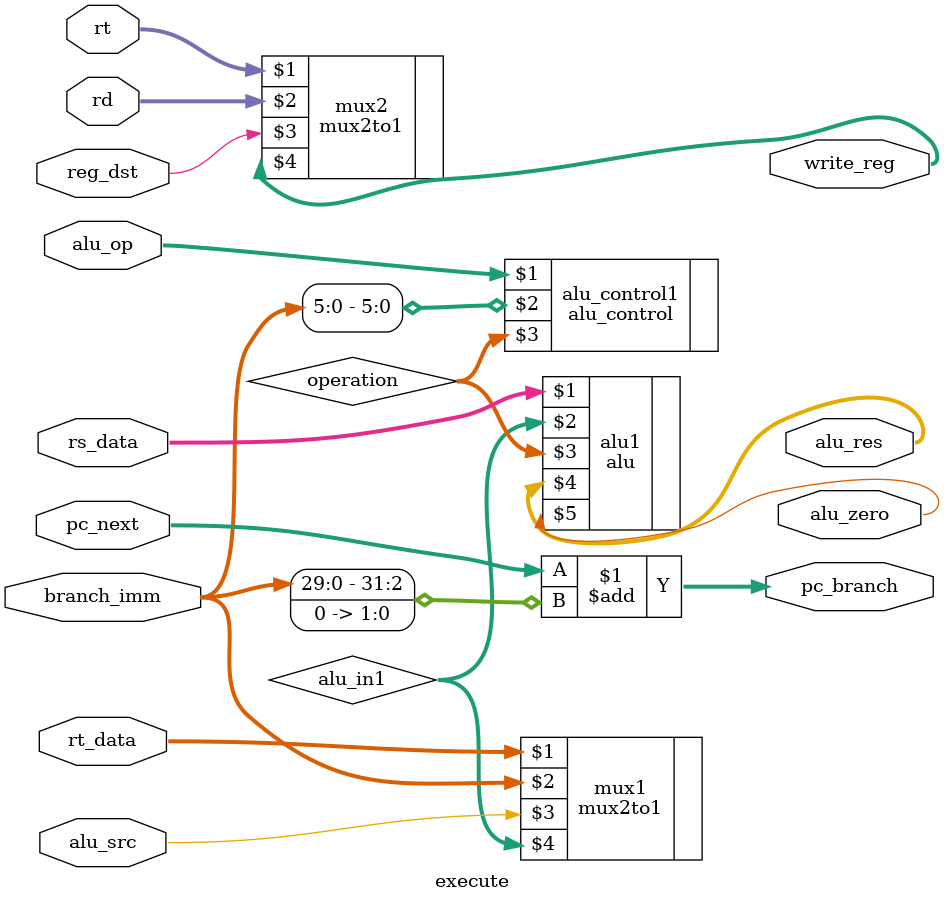
<source format=v>
`include "mux.v"
`include "alu_control.v"
`include "alu.v"

module execute(

    input alu_src,
    input [1:0] alu_op,
    input reg_dst,

    input [31:0] pc_next,
    input [31:0] branch_imm,

    input [31:0] rs_data,
    input [31:0] rt_data,
    input [4:0] rt,         // even though rt_data is present, rt is required in this stage separately
    input [4:0] rd,         // as above, rd is provided so that reg_dst (the input) can select between the two

    output [31:0] pc_branch,
    output alu_zero,
    output [31:0] alu_res,
    output [4:0] write_reg

);

    // Write your code below.

    wire [3:0] operation;
    wire [31:0] alu_in1;
    mux2to1 #(32) mux1(rt_data, branch_imm, alu_src, alu_in1);
    alu_control alu_control1(alu_op, branch_imm[5:0], operation);
    alu alu1(rs_data, alu_in1, operation, alu_res, alu_zero);
    mux2to1 #(5) mux2(rt, rd, reg_dst, write_reg);
    assign pc_branch = pc_next+{branch_imm[29:0], 2'b00};

endmodule

</source>
